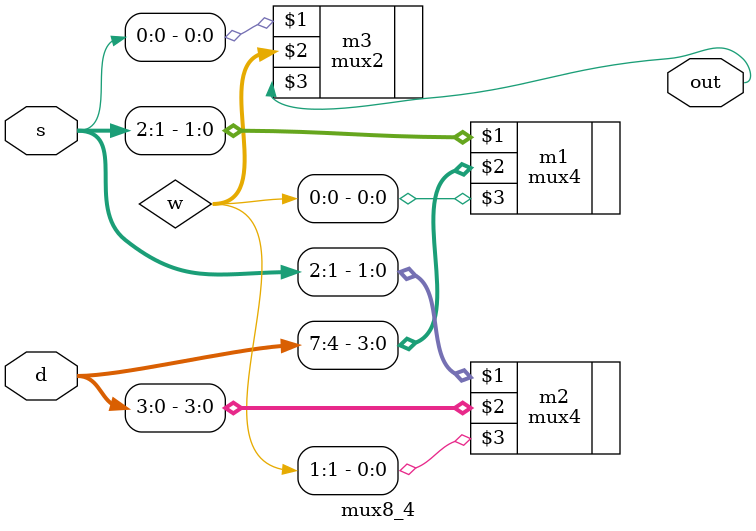
<source format=v>
`include "mux4.v"
`include "mux2.v"

module mux8_4(s,d,out);
input [7:0] d;
input [2:0] s;
output out;
wire [1:0] w;

mux4 m1(s[2:1],d[7:4],w[0]);
mux4 m2(s[2:1],d[3:0],w[1]);

mux2 m3(s[0],w[1:0],out);

endmodule
</source>
